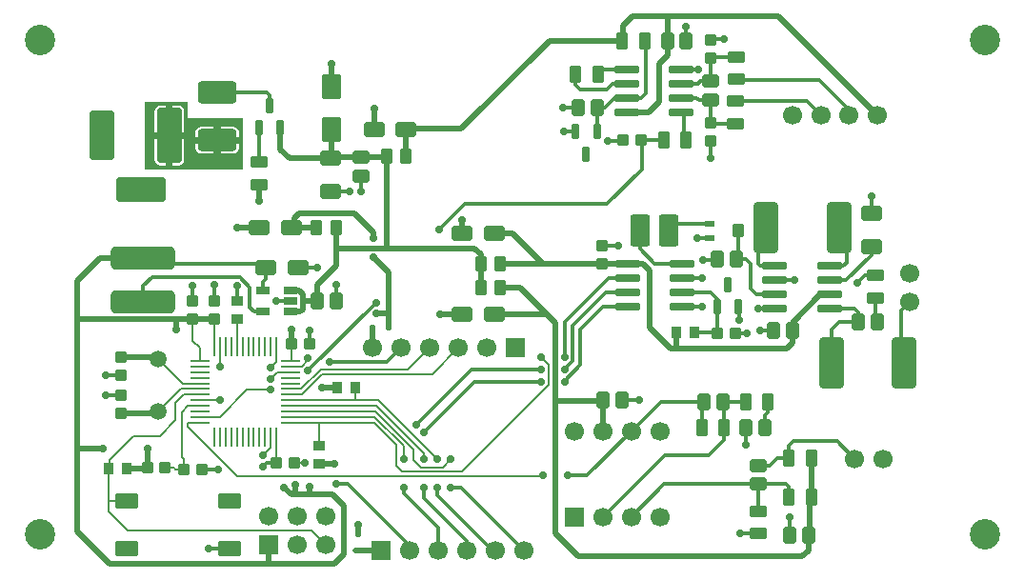
<source format=gtl>
G04*
G04 #@! TF.GenerationSoftware,Altium Limited,Altium Designer,22.7.1 (60)*
G04*
G04 Layer_Physical_Order=1*
G04 Layer_Color=16776960*
%FSLAX43Y43*%
%MOMM*%
G71*
G04*
G04 #@! TF.SameCoordinates,BA50D012-4F98-4CAA-8EAC-1F94F0521628*
G04*
G04*
G04 #@! TF.FilePolarity,Positive*
G04*
G01*
G75*
%ADD10C,0.200*%
G04:AMPARAMS|DCode=54|XSize=1.74mm|YSize=2.17mm|CornerRadius=0.217mm|HoleSize=0mm|Usage=FLASHONLY|Rotation=180.000|XOffset=0mm|YOffset=0mm|HoleType=Round|Shape=RoundedRectangle|*
%AMROUNDEDRECTD54*
21,1,1.740,1.735,0,0,180.0*
21,1,1.305,2.170,0,0,180.0*
1,1,0.435,-0.653,0.868*
1,1,0.435,0.653,0.868*
1,1,0.435,0.653,-0.868*
1,1,0.435,-0.653,-0.868*
%
%ADD54ROUNDEDRECTD54*%
G04:AMPARAMS|DCode=55|XSize=1.36mm|YSize=1.81mm|CornerRadius=0.17mm|HoleSize=0mm|Usage=FLASHONLY|Rotation=270.000|XOffset=0mm|YOffset=0mm|HoleType=Round|Shape=RoundedRectangle|*
%AMROUNDEDRECTD55*
21,1,1.360,1.470,0,0,270.0*
21,1,1.020,1.810,0,0,270.0*
1,1,0.340,-0.735,-0.510*
1,1,0.340,-0.735,0.510*
1,1,0.340,0.735,0.510*
1,1,0.340,0.735,-0.510*
%
%ADD55ROUNDEDRECTD55*%
G04:AMPARAMS|DCode=56|XSize=0.94mm|YSize=1.03mm|CornerRadius=0.118mm|HoleSize=0mm|Usage=FLASHONLY|Rotation=90.000|XOffset=0mm|YOffset=0mm|HoleType=Round|Shape=RoundedRectangle|*
%AMROUNDEDRECTD56*
21,1,0.940,0.795,0,0,90.0*
21,1,0.705,1.030,0,0,90.0*
1,1,0.235,0.398,0.353*
1,1,0.235,0.398,-0.353*
1,1,0.235,-0.398,-0.353*
1,1,0.235,-0.398,0.353*
%
%ADD56ROUNDEDRECTD56*%
G04:AMPARAMS|DCode=57|XSize=0.94mm|YSize=1.03mm|CornerRadius=0.118mm|HoleSize=0mm|Usage=FLASHONLY|Rotation=0.000|XOffset=0mm|YOffset=0mm|HoleType=Round|Shape=RoundedRectangle|*
%AMROUNDEDRECTD57*
21,1,0.940,0.795,0,0,0.0*
21,1,0.705,1.030,0,0,0.0*
1,1,0.235,0.353,-0.398*
1,1,0.235,-0.353,-0.398*
1,1,0.235,-0.353,0.398*
1,1,0.235,0.353,0.398*
%
%ADD57ROUNDEDRECTD57*%
G04:AMPARAMS|DCode=58|XSize=2.1mm|YSize=1.4mm|CornerRadius=0.175mm|HoleSize=0mm|Usage=FLASHONLY|Rotation=180.000|XOffset=0mm|YOffset=0mm|HoleType=Round|Shape=RoundedRectangle|*
%AMROUNDEDRECTD58*
21,1,2.100,1.050,0,0,180.0*
21,1,1.750,1.400,0,0,180.0*
1,1,0.350,-0.875,0.525*
1,1,0.350,0.875,0.525*
1,1,0.350,0.875,-0.525*
1,1,0.350,-0.875,-0.525*
%
%ADD58ROUNDEDRECTD58*%
G04:AMPARAMS|DCode=59|XSize=0.61mm|YSize=1.26mm|CornerRadius=0.076mm|HoleSize=0mm|Usage=FLASHONLY|Rotation=270.000|XOffset=0mm|YOffset=0mm|HoleType=Round|Shape=RoundedRectangle|*
%AMROUNDEDRECTD59*
21,1,0.610,1.108,0,0,270.0*
21,1,0.458,1.260,0,0,270.0*
1,1,0.153,-0.554,-0.229*
1,1,0.153,-0.554,0.229*
1,1,0.153,0.554,0.229*
1,1,0.153,0.554,-0.229*
%
%ADD59ROUNDEDRECTD59*%
G04:AMPARAMS|DCode=60|XSize=0.5mm|YSize=0.5mm|CornerRadius=0.063mm|HoleSize=0mm|Usage=FLASHONLY|Rotation=180.000|XOffset=0mm|YOffset=0mm|HoleType=Round|Shape=RoundedRectangle|*
%AMROUNDEDRECTD60*
21,1,0.500,0.375,0,0,180.0*
21,1,0.375,0.500,0,0,180.0*
1,1,0.125,-0.188,0.188*
1,1,0.125,0.188,0.188*
1,1,0.125,0.188,-0.188*
1,1,0.125,-0.188,-0.188*
%
%ADD60ROUNDEDRECTD60*%
G04:AMPARAMS|DCode=61|XSize=1.21mm|YSize=1.46mm|CornerRadius=0.151mm|HoleSize=0mm|Usage=FLASHONLY|Rotation=90.000|XOffset=0mm|YOffset=0mm|HoleType=Round|Shape=RoundedRectangle|*
%AMROUNDEDRECTD61*
21,1,1.210,1.158,0,0,90.0*
21,1,0.907,1.460,0,0,90.0*
1,1,0.303,0.579,0.454*
1,1,0.303,0.579,-0.454*
1,1,0.303,-0.579,-0.454*
1,1,0.303,-0.579,0.454*
%
%ADD61ROUNDEDRECTD61*%
G04:AMPARAMS|DCode=62|XSize=1.21mm|YSize=1.46mm|CornerRadius=0.151mm|HoleSize=0mm|Usage=FLASHONLY|Rotation=180.000|XOffset=0mm|YOffset=0mm|HoleType=Round|Shape=RoundedRectangle|*
%AMROUNDEDRECTD62*
21,1,1.210,1.158,0,0,180.0*
21,1,0.907,1.460,0,0,180.0*
1,1,0.303,-0.454,0.579*
1,1,0.303,0.454,0.579*
1,1,0.303,0.454,-0.579*
1,1,0.303,-0.454,-0.579*
%
%ADD62ROUNDEDRECTD62*%
G04:AMPARAMS|DCode=63|XSize=1mm|YSize=1.4mm|CornerRadius=0.125mm|HoleSize=0mm|Usage=FLASHONLY|Rotation=0.000|XOffset=0mm|YOffset=0mm|HoleType=Round|Shape=RoundedRectangle|*
%AMROUNDEDRECTD63*
21,1,1.000,1.150,0,0,0.0*
21,1,0.750,1.400,0,0,0.0*
1,1,0.250,0.375,-0.575*
1,1,0.250,-0.375,-0.575*
1,1,0.250,-0.375,0.575*
1,1,0.250,0.375,0.575*
%
%ADD63ROUNDEDRECTD63*%
G04:AMPARAMS|DCode=64|XSize=1.28mm|YSize=1.87mm|CornerRadius=0.16mm|HoleSize=0mm|Usage=FLASHONLY|Rotation=90.000|XOffset=0mm|YOffset=0mm|HoleType=Round|Shape=RoundedRectangle|*
%AMROUNDEDRECTD64*
21,1,1.280,1.550,0,0,90.0*
21,1,0.960,1.870,0,0,90.0*
1,1,0.320,0.775,0.480*
1,1,0.320,0.775,-0.480*
1,1,0.320,-0.775,-0.480*
1,1,0.320,-0.775,0.480*
%
%ADD64ROUNDEDRECTD64*%
G04:AMPARAMS|DCode=65|XSize=0.61mm|YSize=1.35mm|CornerRadius=0.076mm|HoleSize=0mm|Usage=FLASHONLY|Rotation=180.000|XOffset=0mm|YOffset=0mm|HoleType=Round|Shape=RoundedRectangle|*
%AMROUNDEDRECTD65*
21,1,0.610,1.198,0,0,180.0*
21,1,0.458,1.350,0,0,180.0*
1,1,0.153,-0.229,0.599*
1,1,0.153,0.229,0.599*
1,1,0.153,0.229,-0.599*
1,1,0.153,-0.229,-0.599*
%
%ADD65ROUNDEDRECTD65*%
G04:AMPARAMS|DCode=66|XSize=1.53mm|YSize=1.02mm|CornerRadius=0.127mm|HoleSize=0mm|Usage=FLASHONLY|Rotation=270.000|XOffset=0mm|YOffset=0mm|HoleType=Round|Shape=RoundedRectangle|*
%AMROUNDEDRECTD66*
21,1,1.530,0.765,0,0,270.0*
21,1,1.275,1.020,0,0,270.0*
1,1,0.255,-0.383,-0.638*
1,1,0.255,-0.383,0.638*
1,1,0.255,0.383,0.638*
1,1,0.255,0.383,-0.638*
%
%ADD66ROUNDEDRECTD66*%
G04:AMPARAMS|DCode=67|XSize=1.53mm|YSize=1.02mm|CornerRadius=0.127mm|HoleSize=0mm|Usage=FLASHONLY|Rotation=180.000|XOffset=0mm|YOffset=0mm|HoleType=Round|Shape=RoundedRectangle|*
%AMROUNDEDRECTD67*
21,1,1.530,0.765,0,0,180.0*
21,1,1.275,1.020,0,0,180.0*
1,1,0.255,-0.638,0.383*
1,1,0.255,0.638,0.383*
1,1,0.255,0.638,-0.383*
1,1,0.255,-0.638,-0.383*
%
%ADD67ROUNDEDRECTD67*%
G04:AMPARAMS|DCode=68|XSize=1.95mm|YSize=3.4mm|CornerRadius=0.244mm|HoleSize=0mm|Usage=FLASHONLY|Rotation=90.000|XOffset=0mm|YOffset=0mm|HoleType=Round|Shape=RoundedRectangle|*
%AMROUNDEDRECTD68*
21,1,1.950,2.913,0,0,90.0*
21,1,1.463,3.400,0,0,90.0*
1,1,0.488,1.456,0.731*
1,1,0.488,1.456,-0.731*
1,1,0.488,-1.456,-0.731*
1,1,0.488,-1.456,0.731*
%
%ADD68ROUNDEDRECTD68*%
G04:AMPARAMS|DCode=69|XSize=0.68mm|YSize=2.17mm|CornerRadius=0.085mm|HoleSize=0mm|Usage=FLASHONLY|Rotation=270.000|XOffset=0mm|YOffset=0mm|HoleType=Round|Shape=RoundedRectangle|*
%AMROUNDEDRECTD69*
21,1,0.680,2.000,0,0,270.0*
21,1,0.510,2.170,0,0,270.0*
1,1,0.170,-1.000,-0.255*
1,1,0.170,-1.000,0.255*
1,1,0.170,1.000,0.255*
1,1,0.170,1.000,-0.255*
%
%ADD69ROUNDEDRECTD69*%
G04:AMPARAMS|DCode=70|XSize=2.15mm|YSize=4.53mm|CornerRadius=0.269mm|HoleSize=0mm|Usage=FLASHONLY|Rotation=0.000|XOffset=0mm|YOffset=0mm|HoleType=Round|Shape=RoundedRectangle|*
%AMROUNDEDRECTD70*
21,1,2.150,3.993,0,0,0.0*
21,1,1.613,4.530,0,0,0.0*
1,1,0.538,0.806,-1.996*
1,1,0.538,-0.806,-1.996*
1,1,0.538,-0.806,1.996*
1,1,0.538,0.806,1.996*
%
%ADD70ROUNDEDRECTD70*%
G04:AMPARAMS|DCode=71|XSize=0.8mm|YSize=0.575mm|CornerRadius=0.072mm|HoleSize=0mm|Usage=FLASHONLY|Rotation=0.000|XOffset=0mm|YOffset=0mm|HoleType=Round|Shape=RoundedRectangle|*
%AMROUNDEDRECTD71*
21,1,0.800,0.431,0,0,0.0*
21,1,0.656,0.575,0,0,0.0*
1,1,0.144,0.328,-0.216*
1,1,0.144,-0.328,-0.216*
1,1,0.144,-0.328,0.216*
1,1,0.144,0.328,0.216*
%
%ADD71ROUNDEDRECTD71*%
G04:AMPARAMS|DCode=72|XSize=1.1mm|YSize=1.2mm|CornerRadius=0.138mm|HoleSize=0mm|Usage=FLASHONLY|Rotation=0.000|XOffset=0mm|YOffset=0mm|HoleType=Round|Shape=RoundedRectangle|*
%AMROUNDEDRECTD72*
21,1,1.100,0.925,0,0,0.0*
21,1,0.825,1.200,0,0,0.0*
1,1,0.275,0.413,-0.463*
1,1,0.275,-0.413,-0.463*
1,1,0.275,-0.413,0.463*
1,1,0.275,0.413,0.463*
%
%ADD72ROUNDEDRECTD72*%
G04:AMPARAMS|DCode=73|XSize=0.92mm|YSize=1.08mm|CornerRadius=0.115mm|HoleSize=0mm|Usage=FLASHONLY|Rotation=270.000|XOffset=0mm|YOffset=0mm|HoleType=Round|Shape=RoundedRectangle|*
%AMROUNDEDRECTD73*
21,1,0.920,0.850,0,0,270.0*
21,1,0.690,1.080,0,0,270.0*
1,1,0.230,-0.425,-0.345*
1,1,0.230,-0.425,0.345*
1,1,0.230,0.425,0.345*
1,1,0.230,0.425,-0.345*
%
%ADD73ROUNDEDRECTD73*%
G04:AMPARAMS|DCode=74|XSize=0.92mm|YSize=1.08mm|CornerRadius=0.115mm|HoleSize=0mm|Usage=FLASHONLY|Rotation=180.000|XOffset=0mm|YOffset=0mm|HoleType=Round|Shape=RoundedRectangle|*
%AMROUNDEDRECTD74*
21,1,0.920,0.850,0,0,180.0*
21,1,0.690,1.080,0,0,180.0*
1,1,0.230,-0.345,0.425*
1,1,0.230,0.345,0.425*
1,1,0.230,0.345,-0.425*
1,1,0.230,-0.345,-0.425*
%
%ADD74ROUNDEDRECTD74*%
G04:AMPARAMS|DCode=75|XSize=0.5mm|YSize=0.5mm|CornerRadius=0.063mm|HoleSize=0mm|Usage=FLASHONLY|Rotation=270.000|XOffset=0mm|YOffset=0mm|HoleType=Round|Shape=RoundedRectangle|*
%AMROUNDEDRECTD75*
21,1,0.500,0.375,0,0,270.0*
21,1,0.375,0.500,0,0,270.0*
1,1,0.125,-0.188,-0.188*
1,1,0.125,-0.188,0.188*
1,1,0.125,0.188,0.188*
1,1,0.125,0.188,-0.188*
%
%ADD75ROUNDEDRECTD75*%
%ADD76O,1.800X0.250*%
%ADD77O,0.250X1.800*%
G04:AMPARAMS|DCode=78|XSize=1.05mm|YSize=1.07mm|CornerRadius=0.131mm|HoleSize=0mm|Usage=FLASHONLY|Rotation=0.000|XOffset=0mm|YOffset=0mm|HoleType=Round|Shape=RoundedRectangle|*
%AMROUNDEDRECTD78*
21,1,1.050,0.807,0,0,0.0*
21,1,0.788,1.070,0,0,0.0*
1,1,0.263,0.394,-0.404*
1,1,0.263,-0.394,-0.404*
1,1,0.263,-0.394,0.404*
1,1,0.263,0.394,0.404*
%
%ADD78ROUNDEDRECTD78*%
G04:AMPARAMS|DCode=79|XSize=1.76mm|YSize=2.82mm|CornerRadius=0.22mm|HoleSize=0mm|Usage=FLASHONLY|Rotation=0.000|XOffset=0mm|YOffset=0mm|HoleType=Round|Shape=RoundedRectangle|*
%AMROUNDEDRECTD79*
21,1,1.760,2.380,0,0,0.0*
21,1,1.320,2.820,0,0,0.0*
1,1,0.440,0.660,-1.190*
1,1,0.440,-0.660,-1.190*
1,1,0.440,-0.660,1.190*
1,1,0.440,0.660,1.190*
%
%ADD79ROUNDEDRECTD79*%
G04:AMPARAMS|DCode=80|XSize=5.8mm|YSize=2.1mm|CornerRadius=0.525mm|HoleSize=0mm|Usage=FLASHONLY|Rotation=180.000|XOffset=0mm|YOffset=0mm|HoleType=Round|Shape=RoundedRectangle|*
%AMROUNDEDRECTD80*
21,1,5.800,1.050,0,0,180.0*
21,1,4.750,2.100,0,0,180.0*
1,1,1.050,-2.375,0.525*
1,1,1.050,2.375,0.525*
1,1,1.050,2.375,-0.525*
1,1,1.050,-2.375,-0.525*
%
%ADD80ROUNDEDRECTD80*%
%ADD81C,0.500*%
%ADD82C,0.300*%
%ADD83C,1.700*%
%ADD84R,1.700X1.700*%
G04:AMPARAMS|DCode=85|XSize=4.9mm|YSize=2.2mm|CornerRadius=0.275mm|HoleSize=0mm|Usage=FLASHONLY|Rotation=90.000|XOffset=0mm|YOffset=0mm|HoleType=Round|Shape=RoundedRectangle|*
%AMROUNDEDRECTD85*
21,1,4.900,1.650,0,0,90.0*
21,1,4.350,2.200,0,0,90.0*
1,1,0.550,0.825,2.175*
1,1,0.550,0.825,-2.175*
1,1,0.550,-0.825,-2.175*
1,1,0.550,-0.825,2.175*
%
%ADD85ROUNDEDRECTD85*%
G04:AMPARAMS|DCode=86|XSize=4.4mm|YSize=2.2mm|CornerRadius=0.275mm|HoleSize=0mm|Usage=FLASHONLY|Rotation=90.000|XOffset=0mm|YOffset=0mm|HoleType=Round|Shape=RoundedRectangle|*
%AMROUNDEDRECTD86*
21,1,4.400,1.650,0,0,90.0*
21,1,3.850,2.200,0,0,90.0*
1,1,0.550,0.825,1.925*
1,1,0.550,0.825,-1.925*
1,1,0.550,-0.825,-1.925*
1,1,0.550,-0.825,1.925*
%
%ADD86ROUNDEDRECTD86*%
G04:AMPARAMS|DCode=87|XSize=4.4mm|YSize=2.2mm|CornerRadius=0.275mm|HoleSize=0mm|Usage=FLASHONLY|Rotation=180.000|XOffset=0mm|YOffset=0mm|HoleType=Round|Shape=RoundedRectangle|*
%AMROUNDEDRECTD87*
21,1,4.400,1.650,0,0,180.0*
21,1,3.850,2.200,0,0,180.0*
1,1,0.550,-1.925,0.825*
1,1,0.550,1.925,0.825*
1,1,0.550,1.925,-0.825*
1,1,0.550,-1.925,-0.825*
%
%ADD87ROUNDEDRECTD87*%
%ADD88C,2.700*%
%ADD89C,1.500*%
%ADD90R,1.700X1.700*%
%ADD91C,0.700*%
G36*
X16200Y40100D02*
X21150D01*
X21150Y35500D01*
X12400D01*
Y39750D01*
Y41500D01*
X16200D01*
Y40100D01*
D02*
G37*
%LPC*%
G36*
X15405Y41159D02*
X14880D01*
Y38800D01*
X15889D01*
Y40675D01*
X15852Y40860D01*
X15747Y41017D01*
X15590Y41122D01*
X15405Y41159D01*
D02*
G37*
G36*
X14280D02*
X13755D01*
X13570Y41122D01*
X13413Y41017D01*
X13308Y40860D01*
X13271Y40675D01*
Y38800D01*
X14280D01*
Y41159D01*
D02*
G37*
G36*
X20279Y39287D02*
X19123D01*
Y38403D01*
X20732D01*
Y38834D01*
X20697Y39007D01*
X20599Y39154D01*
X20452Y39252D01*
X20279Y39287D01*
D02*
G37*
G36*
X18523D02*
X17367D01*
X17194Y39252D01*
X17047Y39154D01*
X16949Y39007D01*
X16914Y38834D01*
Y38403D01*
X18523D01*
Y39287D01*
D02*
G37*
G36*
X20732Y37803D02*
X19123D01*
Y36919D01*
X20279D01*
X20452Y36954D01*
X20599Y37052D01*
X20697Y37199D01*
X20732Y37372D01*
Y37803D01*
D02*
G37*
G36*
X18523D02*
X16914D01*
Y37372D01*
X16949Y37199D01*
X17047Y37052D01*
X17194Y36954D01*
X17367Y36919D01*
X18523D01*
Y37803D01*
D02*
G37*
G36*
X15889Y38200D02*
X14880D01*
Y35841D01*
X15405D01*
X15590Y35878D01*
X15747Y35983D01*
X15852Y36140D01*
X15889Y36325D01*
Y38200D01*
D02*
G37*
G36*
X14280D02*
X13271D01*
Y36325D01*
X13308Y36140D01*
X13413Y35983D01*
X13570Y35878D01*
X13755Y35841D01*
X14280D01*
Y38200D01*
D02*
G37*
%LPD*%
D10*
X9238Y8837D02*
Y9637D01*
X25363Y13989D02*
X32911D01*
X17280Y18473D02*
Y19643D01*
X16652Y20271D02*
X17280Y19643D01*
X16652Y20271D02*
Y22166D01*
X27875Y12973D02*
X32761D01*
X25380D02*
X27875D01*
X27925Y12923D01*
Y10950D02*
Y12923D01*
X25693Y9425D02*
X26575D01*
X24093D02*
Y11659D01*
X23580Y10730D02*
Y11673D01*
X22925Y10075D02*
X23580Y10730D01*
X24080Y11673D02*
X24093Y11659D01*
X27165Y3425D02*
X28443Y2147D01*
X10875Y3425D02*
X27165D01*
X9200Y6100D02*
Y8875D01*
Y5100D02*
Y6100D01*
X9250Y6050D01*
X10800D01*
X9200Y5100D02*
X10875Y3425D01*
X16163Y12643D02*
X20583Y8223D01*
X13717Y11800D02*
X15125Y13208D01*
X25380Y17973D02*
X26326D01*
X25380Y18473D02*
X25400Y18493D01*
Y20000D01*
X25363Y13989D02*
X25380Y13973D01*
X28440Y1598D02*
Y1675D01*
X11400Y11800D02*
X13717D01*
X19053Y13473D02*
X21480Y15900D01*
X23580D02*
X23600D01*
X21480D02*
X23580D01*
X23600D02*
X23700Y16000D01*
X17280Y13473D02*
X19053D01*
X23580Y16900D02*
X24153Y17473D01*
X25380D01*
X17280Y14973D02*
X19080D01*
X20580Y19773D02*
Y22166D01*
X9238Y9637D02*
X11400Y11800D01*
X23580Y17900D02*
X24080Y18400D01*
X13600Y18625D02*
X15752Y16473D01*
X17280D01*
X15598Y15973D02*
X17280D01*
X13600Y13975D02*
X15598Y15973D01*
X16163Y12973D02*
X17280D01*
X16163Y12643D02*
Y12973D01*
X24080Y18400D02*
Y19773D01*
X19080Y17973D02*
Y19773D01*
X47600Y18800D02*
X48300Y18100D01*
Y16381D02*
Y18100D01*
X33135Y14973D02*
X38400Y9708D01*
X36942Y9023D02*
X38907D01*
X39600Y9716D01*
X40542Y8623D02*
X48300Y16381D01*
X25380Y14473D02*
X33000D01*
X37200Y10273D01*
Y9708D02*
Y10273D01*
X25380Y13473D02*
X32827D01*
X34733Y9131D02*
X35241Y8623D01*
X40542D01*
X34733Y9131D02*
Y11001D01*
X32761Y12973D02*
X34733Y11001D01*
X35383Y9708D02*
Y10917D01*
X32827Y13473D02*
X35383Y10917D01*
X36300Y9665D02*
X36942Y9023D01*
X36300Y9665D02*
Y10600D01*
X32911Y13989D02*
X36300Y10600D01*
X26326Y17973D02*
X26900Y18547D01*
Y18700D01*
X25380Y15973D02*
X26287D01*
X28014Y17700D01*
X25380Y15473D02*
X26352D01*
X28179Y17300D01*
X31100Y14973D02*
Y16100D01*
X31100Y14973D02*
X31100Y14973D01*
X25380Y14973D02*
X31100D01*
X33135D01*
X28179Y17300D02*
X37922D01*
X28014Y17700D02*
X35782D01*
X37725Y19643D01*
X37922Y17300D02*
X40265Y19643D01*
X18580Y19773D02*
Y22162D01*
X18575Y22166D02*
X18580Y22162D01*
X14160Y8975D02*
X15000D01*
X15125Y8850D01*
X15900D01*
X15685Y9935D02*
X15900Y9719D01*
Y8850D02*
Y9719D01*
X15125Y13208D02*
Y14750D01*
X15848Y15473D01*
X17280D01*
X15685Y9935D02*
Y13921D01*
X16237Y14473D01*
X17280D01*
X20583Y8223D02*
X47721D01*
X47773Y8275D01*
D54*
X28975Y39070D02*
D03*
Y42830D02*
D03*
D55*
X35625Y39075D02*
D03*
X32775D02*
D03*
X43475Y22600D02*
D03*
X40625D02*
D03*
X43475Y29850D02*
D03*
X40625D02*
D03*
X25390Y30307D02*
D03*
X22540D02*
D03*
X25993Y26776D02*
D03*
X23143D02*
D03*
D56*
X62650Y38003D02*
D03*
Y39603D02*
D03*
Y45400D02*
D03*
Y47000D02*
D03*
X16652Y22166D02*
D03*
Y23766D02*
D03*
X18575Y22166D02*
D03*
Y23766D02*
D03*
X10300Y17200D02*
D03*
Y18800D02*
D03*
Y15400D02*
D03*
Y13800D02*
D03*
X53000Y27105D02*
D03*
Y28705D02*
D03*
D57*
X54915Y38073D02*
D03*
X56515D02*
D03*
X63257Y20963D02*
D03*
X64857D02*
D03*
X24093Y9425D02*
D03*
X25693D02*
D03*
X25400Y20000D02*
D03*
X27000D02*
D03*
X15900Y8850D02*
D03*
X17500D02*
D03*
D58*
X10800Y6050D02*
D03*
X19900D02*
D03*
X10800Y1750D02*
D03*
X19900D02*
D03*
D59*
X22893Y22841D02*
D03*
Y24741D02*
D03*
X25343D02*
D03*
Y23791D02*
D03*
Y22841D02*
D03*
D60*
X32645Y21400D02*
D03*
X34045D02*
D03*
D61*
X62650Y43345D02*
D03*
Y41655D02*
D03*
X31600Y36594D02*
D03*
Y34904D02*
D03*
X66895Y9195D02*
D03*
Y7505D02*
D03*
D62*
X27753Y23809D02*
D03*
X29443D02*
D03*
X52575Y41000D02*
D03*
X50885D02*
D03*
X58830Y46930D02*
D03*
X60520D02*
D03*
X69932Y21188D02*
D03*
X68242D02*
D03*
X77470Y21950D02*
D03*
X75780D02*
D03*
X69731Y2938D02*
D03*
X71421D02*
D03*
X54790Y15000D02*
D03*
X53100D02*
D03*
X63782Y14820D02*
D03*
X62092D02*
D03*
X63250Y27500D02*
D03*
X64940Y27500D02*
D03*
X65840Y12520D02*
D03*
X67530D02*
D03*
D63*
X33875Y36631D02*
D03*
X35625D02*
D03*
X42250Y25000D02*
D03*
X44000D02*
D03*
X42250Y27132D02*
D03*
X44000D02*
D03*
X29400Y30307D02*
D03*
X27650Y30307D02*
D03*
D64*
X28924Y36536D02*
D03*
Y33536D02*
D03*
X76976Y28628D02*
D03*
Y31628D02*
D03*
D65*
X22550Y39200D02*
D03*
X24450D02*
D03*
X23500Y41200D02*
D03*
X51625Y36875D02*
D03*
X50675Y38875D02*
D03*
X52575D02*
D03*
X64200Y25253D02*
D03*
X65150Y23253D02*
D03*
X63250D02*
D03*
D66*
X58493Y38073D02*
D03*
X60507D02*
D03*
X56857Y46930D02*
D03*
X54842D02*
D03*
X52682Y43975D02*
D03*
X50667D02*
D03*
X69613Y9850D02*
D03*
X71628D02*
D03*
X63900Y12520D02*
D03*
X61885D02*
D03*
X67787Y14810D02*
D03*
X65772D02*
D03*
X71628Y6350D02*
D03*
X69613D02*
D03*
D67*
X22550Y36132D02*
D03*
Y34118D02*
D03*
X64940Y43493D02*
D03*
X64915Y41557D02*
D03*
X77325Y24042D02*
D03*
Y26058D02*
D03*
X64940Y45507D02*
D03*
X64915Y39543D02*
D03*
X66895Y3118D02*
D03*
Y5133D02*
D03*
D68*
X18823Y42303D02*
D03*
Y38103D02*
D03*
D69*
X60080Y40595D02*
D03*
X60080Y41865D02*
D03*
X60080Y43135D02*
D03*
X60080Y44405D02*
D03*
X55220Y40595D02*
D03*
X55220Y41865D02*
D03*
X55220Y43135D02*
D03*
X55220Y44405D02*
D03*
X60140Y23295D02*
D03*
Y24565D02*
D03*
Y25835D02*
D03*
Y27105D02*
D03*
X55280Y23295D02*
D03*
Y24565D02*
D03*
Y25835D02*
D03*
Y27105D02*
D03*
X68370Y26905D02*
D03*
Y25635D02*
D03*
Y24365D02*
D03*
Y23095D02*
D03*
X73230Y26905D02*
D03*
Y25635D02*
D03*
Y24365D02*
D03*
Y23095D02*
D03*
D70*
X67576Y30300D02*
D03*
X74076D02*
D03*
X73400Y18300D02*
D03*
X79900D02*
D03*
D71*
X62595Y30699D02*
D03*
X62595Y29374D02*
D03*
D72*
X65095Y30036D02*
D03*
D73*
X27925Y9350D02*
D03*
Y10950D02*
D03*
X20580Y22166D02*
D03*
Y23766D02*
D03*
D74*
X59625Y21013D02*
D03*
X61225D02*
D03*
X10800Y8875D02*
D03*
X9200D02*
D03*
X29500Y16100D02*
D03*
X31100D02*
D03*
D75*
X31325Y1625D02*
D03*
Y3025D02*
D03*
D76*
X17280Y18473D02*
D03*
Y17973D02*
D03*
Y17473D02*
D03*
Y16973D02*
D03*
Y16473D02*
D03*
Y15973D02*
D03*
Y15473D02*
D03*
Y14973D02*
D03*
Y14473D02*
D03*
Y13973D02*
D03*
Y13473D02*
D03*
Y12973D02*
D03*
X25380D02*
D03*
Y13473D02*
D03*
Y13973D02*
D03*
Y14473D02*
D03*
Y14973D02*
D03*
Y15473D02*
D03*
Y15973D02*
D03*
Y16473D02*
D03*
Y16973D02*
D03*
Y17473D02*
D03*
Y17973D02*
D03*
Y18473D02*
D03*
D77*
X18580Y11673D02*
D03*
X19080D02*
D03*
X19580D02*
D03*
X20080D02*
D03*
X20580D02*
D03*
X21080D02*
D03*
X21580D02*
D03*
X22080D02*
D03*
X22580D02*
D03*
X23080D02*
D03*
X23580D02*
D03*
X24080D02*
D03*
Y19773D02*
D03*
X23580D02*
D03*
X23080D02*
D03*
X22580D02*
D03*
X22080D02*
D03*
X21580D02*
D03*
X21080D02*
D03*
X20580D02*
D03*
X20080D02*
D03*
X19580D02*
D03*
X19080D02*
D03*
X18580D02*
D03*
D78*
X12640Y8975D02*
D03*
X14160D02*
D03*
D79*
X58980Y30036D02*
D03*
X56390D02*
D03*
D80*
X12225Y23750D02*
D03*
Y27650D02*
D03*
D81*
X31600Y36594D02*
X33875D01*
X28975Y44919D02*
X28981Y44925D01*
X28975Y42830D02*
Y44919D01*
Y36587D02*
X28981Y36594D01*
X28924Y36536D02*
X28975Y36587D01*
Y39070D01*
X32775Y39075D02*
Y40875D01*
X24450Y37304D02*
X25218Y36536D01*
X20607Y30307D02*
X22540D01*
X8375Y27600D02*
X12250D01*
X47808Y27117D02*
X52988D01*
X45075Y29850D02*
X47808Y27117D01*
X43475Y29850D02*
X45075D01*
X44140Y27117D02*
X47808D01*
X53100Y14885D02*
X53100D01*
X71524Y2938D02*
Y6246D01*
X48894Y14885D02*
X53100D01*
X45735Y25000D02*
X48135Y22600D01*
X44000Y25000D02*
X45735D01*
X43475Y22600D02*
X48135D01*
X38675D02*
X40625D01*
Y29850D02*
Y31025D01*
X33036Y28495D02*
X41705D01*
X33031Y28500D02*
X33036Y28495D01*
X32369Y28500D02*
X33031D01*
X32364Y28495D02*
X32369Y28500D01*
X29400Y28495D02*
X32364D01*
X29400Y26917D02*
Y28495D01*
X33875Y28600D02*
Y36594D01*
X41705Y28495D02*
X42250Y27950D01*
Y25000D02*
Y27132D01*
Y27950D01*
X48135Y22600D02*
X48894Y21841D01*
X54868Y46930D02*
Y48244D01*
X48335Y46930D02*
X54842D01*
X40530Y39125D02*
X48335Y46930D01*
X54842D02*
X54868D01*
X35675Y39125D02*
X40530D01*
X35625Y39075D02*
X35675Y39125D01*
X35625Y39075D02*
X35625Y39075D01*
X35625Y36631D02*
Y39075D01*
X25655Y30307D02*
Y31130D01*
X30986Y31600D02*
X32700Y29886D01*
X26125Y31600D02*
X30986D01*
X25655Y31130D02*
X26125Y31600D01*
X20600Y30300D02*
X20607Y30307D01*
X22541Y34108D02*
X22550Y34118D01*
X22541Y32706D02*
Y34108D01*
X25400Y20000D02*
X25400Y20000D01*
Y21225D01*
X6390Y25615D02*
X8375Y27600D01*
X6390Y22166D02*
Y25615D01*
X15075Y22166D02*
X16652D01*
X6390D02*
X15075D01*
X15150Y22091D01*
Y21225D02*
Y22091D01*
X6390Y10675D02*
Y22166D01*
X16652D02*
X18575D01*
X12540Y8875D02*
X12640Y8975D01*
Y10675D01*
X6390Y3310D02*
Y10675D01*
X8700D01*
X23325Y474D02*
X29274D01*
X9226D02*
X23325D01*
X23363Y512D01*
Y2147D01*
X25750Y6625D02*
X27100D01*
X25400D02*
X25750D01*
X25775Y6650D01*
Y7425D01*
X27100Y6625D02*
X29050D01*
X27075Y6650D02*
X27100Y6625D01*
X27075Y6650D02*
Y7275D01*
X24775Y7250D02*
X25400Y6625D01*
X29050D02*
X30075Y5600D01*
X27075Y7275D02*
X27125D01*
X27925Y9350D02*
X29275D01*
X30075Y1275D02*
Y5600D01*
X29274Y474D02*
X30075Y1275D01*
X31325Y1625D02*
X33410D01*
X31100D02*
X31325D01*
X6390Y3310D02*
X9226Y474D01*
X31325Y3025D02*
Y3925D01*
X32700Y29400D02*
Y29886D01*
X25218Y36536D02*
X28924D01*
X29400Y28600D02*
Y30307D01*
X59625Y21013D02*
Y21220D01*
Y19617D02*
Y21013D01*
X56695Y27105D02*
X57300Y26500D01*
Y21400D02*
Y26500D01*
Y21400D02*
X59108Y19592D01*
X59600D02*
X69422D01*
X59108D02*
X59600D01*
X59625Y19617D01*
X69924Y20093D02*
Y20689D01*
X69422Y19592D02*
X69924Y20093D01*
X55280Y27105D02*
X56695D01*
X53000D02*
X55280D01*
X52988Y27117D02*
X53000Y27105D01*
X53100Y14885D02*
Y15000D01*
Y12208D02*
Y14885D01*
X25655Y30307D02*
X27650D01*
X26423Y23766D02*
Y24410D01*
X26092Y24741D02*
X26423Y24410D01*
X25343Y24741D02*
X26092D01*
X26423Y23766D02*
X26466Y23809D01*
X26423Y23036D02*
Y23766D01*
X26466Y23809D02*
X27753D01*
X25343Y22841D02*
X26228D01*
X26423Y23036D01*
X10800Y8875D02*
X12540D01*
X10300Y13800D02*
X13425D01*
Y18800D02*
X13600Y18625D01*
X10400Y18800D02*
X13425D01*
X71628Y6350D02*
Y9850D01*
X55723Y49100D02*
X58830D01*
X54868Y48244D02*
X55723Y49100D01*
X58830Y46930D02*
Y49100D01*
X68700D02*
X77500Y40300D01*
X58830Y49100D02*
X68700D01*
X58830Y45605D02*
Y46930D01*
X58075Y44850D02*
X58830Y45605D01*
X58075Y41524D02*
Y44850D01*
X57146Y40595D02*
X58075Y41524D01*
X55220Y40595D02*
X57146D01*
X29400Y30307D02*
X29400Y30307D01*
X28981Y36594D02*
X31600D01*
X24450Y37304D02*
Y39200D01*
X69932Y21188D02*
Y21862D01*
X72435Y24365D01*
X73230D01*
X71524Y6246D02*
X71628Y6350D01*
X71421Y1649D02*
Y2938D01*
X70850Y1078D02*
X71421Y1649D01*
X50922Y1078D02*
X70850D01*
X48894Y3106D02*
X50922Y1078D01*
X48894Y3106D02*
Y14885D01*
Y21841D01*
X32645Y19643D02*
Y21400D01*
X28132Y16100D02*
X29500D01*
X32700Y27700D02*
X34045Y26355D01*
Y21400D02*
Y22643D01*
Y26355D01*
X33000Y22733D02*
X33954D01*
X34045Y22643D01*
X27753Y23809D02*
Y25271D01*
X29400Y26917D01*
X10300Y18900D02*
X10400Y18800D01*
D82*
X65000Y21188D02*
X65225Y20963D01*
X18573Y24063D02*
X18723Y23914D01*
X56560Y35525D02*
Y38073D01*
X40850Y32425D02*
X53460D01*
X38575Y30150D02*
X40850Y32425D01*
X53460D02*
X56560Y35525D01*
X56882Y42239D02*
Y46930D01*
X62650Y47045D02*
X63895Y47045D01*
X60080Y40595D02*
X60300Y40375D01*
Y38280D02*
Y40375D01*
X64800Y39543D02*
X64950Y39393D01*
X62650Y39648D02*
X62755Y39543D01*
X62650Y45355D02*
X62797Y45502D01*
X64940D01*
X64915Y39543D02*
X64950D01*
X64800D02*
X64915D01*
X64950Y43337D02*
X65100Y43487D01*
X62755Y39543D02*
X64800D01*
X65100Y43487D02*
X72338D01*
X22550Y36132D02*
Y39200D01*
Y36107D02*
Y36132D01*
X12250Y27065D02*
Y27600D01*
Y23875D02*
Y25125D01*
X21725Y23225D02*
Y25016D01*
Y23225D02*
X22108Y22841D01*
X22893D01*
X22925Y9100D02*
X23250Y9425D01*
X24093D01*
X30449Y7505D02*
X35950Y2004D01*
X29375Y7505D02*
X30449D01*
X35950Y1625D02*
Y2004D01*
X18100Y1750D02*
X19900D01*
X50000Y8275D02*
X51707D01*
X67787Y13900D02*
Y14810D01*
X67530Y13643D02*
X67787Y13900D01*
X67530Y12520D02*
Y13643D01*
Y12485D02*
Y12520D01*
X65840D02*
Y12739D01*
Y12485D02*
Y12520D01*
X63895Y14810D02*
Y14990D01*
X63715Y14810D02*
X63895Y14990D01*
X63715Y14810D02*
X63895D01*
X63705Y12715D02*
X63895Y12905D01*
Y14810D02*
X65772D01*
X63895Y12905D02*
Y14810D01*
X79600Y22993D02*
X80357Y23750D01*
X79600Y18600D02*
Y22993D01*
X58252Y14820D02*
X61885D01*
X58557Y7505D02*
X66895D01*
X55640Y4588D02*
X58557Y7505D01*
X58585Y10073D02*
X62493D01*
X53100Y4588D02*
X58585Y10073D01*
X55640Y12208D02*
X58252Y14820D01*
X54790Y15000D02*
X56300D01*
X28924Y33536D02*
X30600D01*
X31600D02*
Y34904D01*
Y33526D02*
Y33536D01*
X24093Y23791D02*
X25343D01*
X65225Y20963D02*
X65900D01*
X61225Y21220D02*
X61432Y21013D01*
X63250D02*
Y23253D01*
X61432Y21013D02*
X63250D01*
X53000Y28705D02*
X54500D01*
X56390Y28421D02*
Y30036D01*
X29443Y23809D02*
Y25266D01*
X20575Y25176D02*
X20580Y25171D01*
Y23766D02*
Y25171D01*
X16652Y23766D02*
Y25125D01*
X18573Y24063D02*
Y25200D01*
X18575Y23766D02*
X18723Y23914D01*
X54690Y15000D02*
X54790D01*
X79600Y18600D02*
X79900Y18300D01*
X17600Y8850D02*
X18900D01*
X10300Y17200D02*
X10300Y17200D01*
X8900Y17200D02*
X10300D01*
X8900Y15400D02*
X10300D01*
X23500Y41200D02*
Y42050D01*
X23247Y42303D02*
X23500Y42050D01*
X18823Y42303D02*
X23247D01*
X65840Y10983D02*
Y12485D01*
X65840Y12485D01*
X65326Y3118D02*
X66895D01*
X69731Y4543D02*
X69731Y4543D01*
Y2938D02*
Y4543D01*
X68570Y9850D02*
X69613D01*
X67915Y9195D02*
X68570Y9850D01*
X66895Y9195D02*
X67915D01*
X69613Y9850D02*
Y10894D01*
X66895Y5133D02*
Y7505D01*
X70069Y11350D02*
X73900D01*
X69613Y10894D02*
X70069Y11350D01*
X73900D02*
X75500Y9750D01*
X49600Y40975D02*
X50860D01*
X50885Y41000D01*
X52575Y38875D02*
Y41000D01*
X53275D01*
X54140Y41865D01*
X55220D01*
X53985Y43135D02*
X55220D01*
X53475Y42625D02*
X53985Y43135D01*
X51076Y42625D02*
X53475D01*
X50667Y43034D02*
X51076Y42625D01*
X50667Y43034D02*
Y43975D01*
X53113Y44405D02*
X55220D01*
X52682Y43975D02*
X53113Y44405D01*
X72338Y43487D02*
X75000Y40825D01*
X71243Y41557D02*
X72500Y40300D01*
X64950Y41557D02*
X71243D01*
X62650Y43345D02*
Y45355D01*
X56509Y41865D02*
X56882Y42239D01*
X55220Y41865D02*
X56509Y41865D01*
X60520Y48175D02*
X60520Y46930D01*
X60300Y38280D02*
X60507Y38073D01*
X56560D02*
X58493D01*
X54797Y38000D02*
X54870Y38073D01*
X53552Y38000D02*
X54797D01*
X60500Y46345D02*
X60508Y46337D01*
X75000Y40300D02*
Y40825D01*
X60080Y44405D02*
X61575D01*
X61625Y41655D02*
X62650D01*
X61415Y41865D02*
X61625Y41655D01*
X60080Y41865D02*
X61415D01*
X61760Y43345D02*
X62650D01*
X61550Y43135D02*
X61760Y43345D01*
X60080Y43135D02*
X61550D01*
X62650Y36500D02*
Y37958D01*
Y47045D02*
X62662Y47057D01*
X62650Y39648D02*
Y41655D01*
X60140Y23295D02*
X60148Y23303D01*
X67095Y26905D02*
X68370D01*
X73230D02*
X74478D01*
X74749Y27176D01*
Y29627D01*
X74076Y30300D02*
X74749Y29627D01*
X68370Y25635D02*
X70132D01*
X76976Y31628D02*
Y33086D01*
X73230Y25635D02*
X74735D01*
X76976Y27876D01*
Y28628D01*
X77325Y22395D02*
X77470Y22250D01*
X77325Y22095D02*
Y22395D01*
Y24042D01*
X73230Y23095D02*
X75485D01*
X75780Y22800D01*
Y21950D02*
Y22800D01*
X75749Y25400D02*
X76406Y26058D01*
X77325D01*
X74112Y21950D02*
X75780D01*
X73400Y21238D02*
X74112Y21950D01*
X73400Y18300D02*
Y21238D01*
X67109Y21188D02*
X68242D01*
X65887Y14460D02*
X66055Y14292D01*
X58492Y38675D02*
X58493Y38675D01*
X49625Y38875D02*
X50675D01*
X55065Y41865D02*
X55220Y41865D01*
X66912Y23095D02*
X68370D01*
X60140Y24565D02*
X62685D01*
X63250Y24000D01*
Y23253D02*
Y24000D01*
X60140Y25835D02*
X61910D01*
X66760Y24365D02*
X68370D01*
X66250Y24875D02*
X66760Y24365D01*
X66900Y29624D02*
X67576Y30300D01*
X66900Y27100D02*
X67095Y26905D01*
X66900Y27100D02*
Y29624D01*
X64940Y27500D02*
X65825D01*
X66250Y27075D01*
Y24875D02*
Y27075D01*
X65150Y23253D02*
X65203Y23200D01*
Y22143D02*
Y23200D01*
X63225Y27475D02*
X63250Y27500D01*
X62000Y27475D02*
X63225D01*
X65095Y27655D02*
Y30036D01*
X64940Y27500D02*
X65095Y27655D01*
X61500Y29374D02*
X62595D01*
X57706Y27105D02*
X60140D01*
X56390Y28421D02*
X57706Y27105D01*
X58980Y30036D02*
X59643Y30699D01*
X62595D01*
X60148Y23303D02*
X61910D01*
X63900Y11480D02*
Y12520D01*
X62493Y10073D02*
X63900Y11480D01*
X66895Y7505D02*
X69370D01*
X69613Y7262D01*
Y6350D02*
Y7262D01*
X51707Y8275D02*
X55640Y12208D01*
X40513Y7222D02*
X46110Y1625D01*
X39600Y7222D02*
X40513D01*
X41694Y16600D02*
X47600D01*
X37200Y12106D02*
X41694Y16600D01*
X41423Y17700D02*
X47600D01*
X36500Y12777D02*
X41423Y17700D01*
X53610Y25835D02*
X55280D01*
X49700Y21925D02*
X53610Y25835D01*
X49700Y18800D02*
Y21925D01*
X53400Y24565D02*
X55280D01*
X50400Y21565D02*
X53400Y24565D01*
X50400Y18510D02*
Y21565D01*
X49700Y17810D02*
X50400Y18510D01*
X49700Y17700D02*
Y17810D01*
Y16600D02*
Y16710D01*
X51100Y18110D01*
Y21262D01*
X53133Y23295D01*
X55280D01*
X35383Y6717D02*
Y7215D01*
Y6717D02*
X38490Y3610D01*
Y1625D02*
Y3610D01*
X37200Y6265D02*
Y7215D01*
Y6265D02*
X41030Y2435D01*
Y1625D02*
Y2435D01*
X43325Y1625D02*
X43570D01*
X38400Y6550D02*
Y7215D01*
Y6550D02*
X43325Y1625D01*
X27000Y20000D02*
X27100Y20100D01*
X27000Y20000D02*
Y21188D01*
X26892Y17608D02*
Y17615D01*
X32928Y23651D01*
X33000D01*
X28800Y18403D02*
X28826Y18377D01*
X33919D01*
X35185Y19643D01*
X25993Y26776D02*
X27739D01*
X23143Y25750D02*
Y26776D01*
X22893Y25500D02*
X23143Y25750D01*
X22893Y24741D02*
Y25500D01*
X13025Y25900D02*
X20841D01*
X61885Y12520D02*
Y14820D01*
X12250Y27065D02*
X22855D01*
X23143Y26776D01*
X12250Y25125D02*
X13025Y25900D01*
X20841D02*
X21725Y25016D01*
D83*
X23363Y4687D02*
D03*
X25903D02*
D03*
X28443D02*
D03*
Y2147D02*
D03*
X25903D02*
D03*
X35185Y19643D02*
D03*
X37725D02*
D03*
X42805D02*
D03*
X40265D02*
D03*
X32645D02*
D03*
X78000Y9750D02*
D03*
X75500D02*
D03*
X80357Y26250D02*
D03*
Y23750D02*
D03*
X77500Y40300D02*
D03*
X72500D02*
D03*
X75000D02*
D03*
X70000D02*
D03*
X43570Y1625D02*
D03*
X41030D02*
D03*
X35950D02*
D03*
X38490D02*
D03*
X46110D02*
D03*
X58180Y12208D02*
D03*
X55640D02*
D03*
X53100D02*
D03*
X50560D02*
D03*
X58180Y4588D02*
D03*
X55640D02*
D03*
X53100D02*
D03*
D84*
X23363Y2147D02*
D03*
X45345Y19643D02*
D03*
X33410Y1625D02*
D03*
D85*
X14580Y38500D02*
D03*
D86*
X8580Y38500D02*
D03*
D87*
X12080Y33700D02*
D03*
D88*
X87038Y3019D02*
D03*
Y47019D02*
D03*
X3038D02*
D03*
Y3019D02*
D03*
D89*
X13600Y13975D02*
D03*
Y18625D02*
D03*
D90*
X50560Y4588D02*
D03*
D91*
X28981Y44925D02*
D03*
X32775Y40875D02*
D03*
X38575Y30150D02*
D03*
X20600Y30300D02*
D03*
X15150Y21225D02*
D03*
X25400D02*
D03*
X8700Y10675D02*
D03*
X12640D02*
D03*
X25775Y7425D02*
D03*
X27075Y7275D02*
D03*
X24775Y7250D02*
D03*
X29275Y9350D02*
D03*
X22925Y9100D02*
D03*
X26575Y9425D02*
D03*
X22925Y10075D02*
D03*
X29375Y7505D02*
D03*
X31325Y3925D02*
D03*
X50000Y8275D02*
D03*
X47773D02*
D03*
X56300Y15000D02*
D03*
X23580Y15900D02*
D03*
Y16900D02*
D03*
X30600Y33536D02*
D03*
X32700Y29400D02*
D03*
Y27700D02*
D03*
X27739Y26776D02*
D03*
X65900Y20963D02*
D03*
X54500Y28705D02*
D03*
X49700Y17700D02*
D03*
Y18800D02*
D03*
X38675Y22600D02*
D03*
X29443Y25266D02*
D03*
X20575Y25176D02*
D03*
X24093Y23791D02*
D03*
X16652Y25125D02*
D03*
X18573Y25200D02*
D03*
X23580Y17900D02*
D03*
X18900Y8850D02*
D03*
X18100Y1750D02*
D03*
X19080Y14973D02*
D03*
Y17973D02*
D03*
X8900Y17200D02*
D03*
Y15400D02*
D03*
X65840Y10983D02*
D03*
X65326Y3118D02*
D03*
X69731Y4543D02*
D03*
X49600Y40975D02*
D03*
X63895Y47045D02*
D03*
X60520Y48175D02*
D03*
X53552Y38000D02*
D03*
X61575Y44405D02*
D03*
X62650Y36500D02*
D03*
X40625Y31025D02*
D03*
X31600Y33536D02*
D03*
X22541Y32706D02*
D03*
X70132Y25635D02*
D03*
X76976Y33086D02*
D03*
X75749Y25400D02*
D03*
X49625Y38875D02*
D03*
X66912Y23095D02*
D03*
X61910Y25835D02*
D03*
X67109Y21188D02*
D03*
X65203Y22143D02*
D03*
X62000Y27475D02*
D03*
X61500Y29374D02*
D03*
X61910Y23303D02*
D03*
X49700Y16600D02*
D03*
X47600D02*
D03*
Y18800D02*
D03*
X38400Y7215D02*
D03*
X35383D02*
D03*
X39600Y7222D02*
D03*
X37200Y7215D02*
D03*
Y9708D02*
D03*
X39600Y9716D02*
D03*
X38400Y9708D02*
D03*
X47600Y17700D02*
D03*
X35383Y9708D02*
D03*
X37200Y12106D02*
D03*
X36500Y12777D02*
D03*
X28132Y16100D02*
D03*
X26900Y17600D02*
D03*
Y18700D02*
D03*
X27000Y21188D02*
D03*
X33000Y23651D02*
D03*
Y22733D02*
D03*
X28800Y18403D02*
D03*
M02*

</source>
